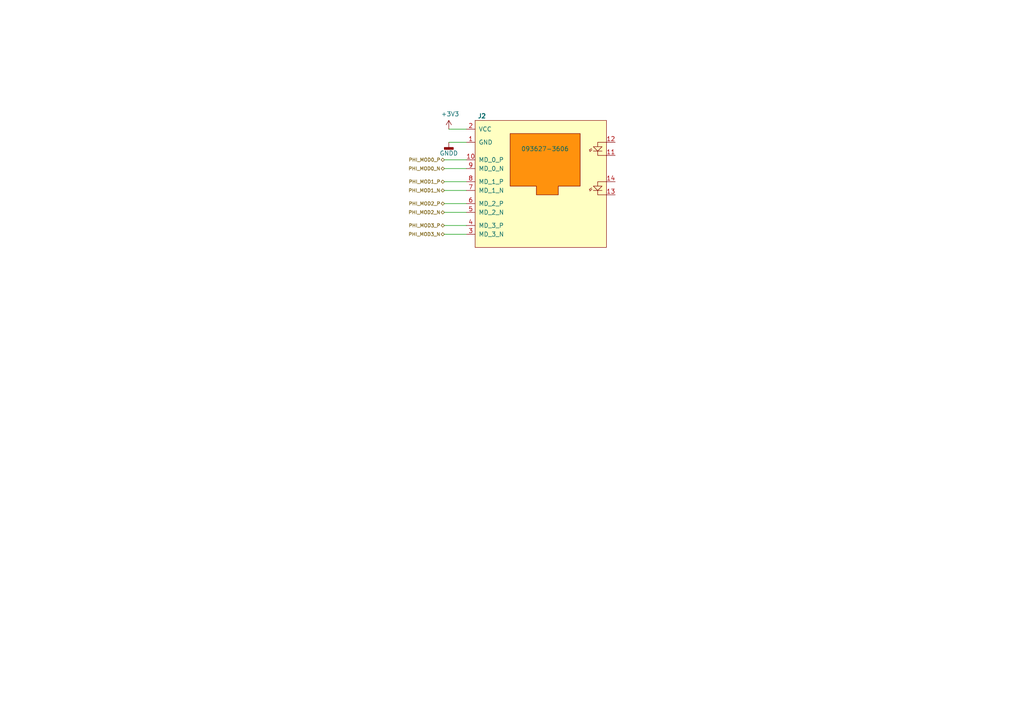
<source format=kicad_sch>
(kicad_sch (version 20230221) (generator eeschema)
  (paper "A4")
  (lib_symbols
    (symbol "molex_0936273601:0936273601" (pin_names (offset 1.016))
      (property "Reference" "J" (at 0 16.51 0))
      (property "Value" "093627-3601" (at 0 19.05 0))
      (symbol "0936273601_0_1"
        (polyline (pts (xy 15.24 -7.62) (xy 12.7 -7.62)))
        (polyline (pts (xy 15.24 3.81) (xy 12.7 3.81)))
        (polyline (pts (xy 13.97 -7.62) (xy 13.97 -8.89) (xy 16.51 -8.89)))
        (polyline (pts (xy 13.97 3.81) (xy 13.97 2.54) (xy 16.51 2.54)))
        (polyline (pts (xy 12.192 -6.858) (xy 11.557 -7.366) (xy 11.557 -7.239) (xy 11.684 -7.366) (xy 11.557 -7.366)))
        (polyline (pts (xy 12.192 4.572) (xy 11.557 4.064) (xy 11.557 4.191) (xy 11.684 4.064) (xy 11.557 4.064)))
        (polyline (pts (xy 12.319 -7.239) (xy 11.684 -7.747) (xy 11.684 -7.62) (xy 11.811 -7.747) (xy 11.684 -7.747)))
        (polyline (pts (xy 12.319 4.191) (xy 11.684 3.683) (xy 11.684 3.81) (xy 11.811 3.683) (xy 11.684 3.683)))
        (polyline (pts (xy 16.51 -5.08) (xy 13.97 -5.08) (xy 13.97 -6.35) (xy 12.7 -6.35) (xy 13.97 -7.62) (xy 15.24 -6.35) (xy 13.97 -6.35)))
        (polyline (pts (xy 16.51 6.35) (xy 13.97 6.35) (xy 13.97 5.08) (xy 12.7 5.08) (xy 13.97 3.81) (xy 15.24 5.08) (xy 13.97 5.08)))
      )
      (symbol "0936273601_1_1"
        (rectangle (start -21.59 12.7) (end 16.51 -24.13) (fill (type background)))
        (polyline (pts (xy -10.16 8.89) (xy 8.89 8.89) (xy 8.89 -6.35) (xy 2.54 -6.35) (xy 2.54 -8.89) (xy -3.81 -8.89) (xy -3.81 -6.35) (xy -10.16 -6.35) (xy -11.43 -6.35) (xy -11.43 8.89) (xy -10.16 8.89)) (fill (type color) (color 255 146 13 1)))
        (pin input line (at -24.13 6.35 0) (length 2.54) (name "GND") (number "1"))
        (pin input line (at -24.13 1.27 0) (length 2.54) (name "MD_0_P") (number "10"))
        (pin passive line (at 19.05 2.54 180) (length 2.54) (name "") (number "11"))
        (pin passive line (at 19.05 6.35 180) (length 2.54) (name "") (number "12"))
        (pin passive line (at 19.05 -8.89 180) (length 2.54) (name "") (number "13"))
        (pin passive line (at 19.05 -5.08 180) (length 2.54) (name "") (number "14"))
        (pin input line (at -24.13 10.16 0) (length 2.54) (name "VCC") (number "2"))
        (pin input line (at -24.13 -20.32 0) (length 2.54) (name "MD_3_N") (number "3"))
        (pin input line (at -24.13 -17.78 0) (length 2.54) (name "MD_3_P") (number "4"))
        (pin input line (at -24.13 -13.97 0) (length 2.54) (name "MD_2_N") (number "5"))
        (pin input line (at -24.13 -11.43 0) (length 2.54) (name "MD_2_P") (number "6"))
        (pin input line (at -24.13 -7.62 0) (length 2.54) (name "MD_1_N") (number "7"))
        (pin input line (at -24.13 -5.08 0) (length 2.54) (name "MD_1_P") (number "8"))
        (pin input line (at -24.13 -1.27 0) (length 2.54) (name "MD_0_N") (number "9"))
      )
    )
    (symbol "power:+3V3" (power) (pin_names (offset 0))
      (property "Value" "+3V3" (at 0 3.556 0))
      (symbol "+3V3_0_1"
        (polyline (pts (xy -0.762 1.27) (xy 0 2.54)))
        (polyline (pts (xy 0 0) (xy 0 2.54)))
        (polyline (pts (xy 0 2.54) (xy 0.762 1.27)))
      )
      (symbol "+3V3_1_1"
        (pin power_in line (at 0 0 90) (length 0) hide (name "+3V3") (number "1"))
      )
    )
    (symbol "power:GNDD" (power) (pin_names (offset 0))
      (property "Value" "GNDD" (at 0 -3.175 0))
      (symbol "GNDD_0_1"
        (rectangle (start -1.27 -1.524) (end 1.27 -2.032) (stroke (width 0.254)) (fill (type outline)))
        (polyline (pts (xy 0 0) (xy 0 -1.524)))
      )
      (symbol "GNDD_1_1"
        (pin power_in line (at 0 0 270) (length 0) hide (name "GNDD") (number "1"))
      )
    )
  )
  (wire (pts (xy 135.255 55.245) (xy 128.905 55.245)))
  (wire (pts (xy 135.255 59.055) (xy 128.905 59.055)))
  (wire (pts (xy 130.175 37.465) (xy 135.255 37.465)))
  (wire (pts (xy 135.255 48.895) (xy 128.905 48.895)))
  (wire (pts (xy 135.255 46.355) (xy 128.905 46.355)))
  (wire (pts (xy 135.255 65.405) (xy 128.905 65.405)))
  (wire (pts (xy 135.255 61.595) (xy 128.905 61.595)))
  (wire (pts (xy 135.255 67.945) (xy 128.905 67.945)))
  (wire (pts (xy 135.255 52.705) (xy 128.905 52.705)))
  (wire (pts (xy 135.255 41.275) (xy 130.175 41.275)))
  (hierarchical_label "PHI_MOD1_P" (shape bidirectional) (at 128.905 52.705 180) (effects (font (size 0.9906 0.9906))))
  (hierarchical_label "PHI_MOD2_P" (shape bidirectional) (at 128.905 59.055 180) (effects (font (size 0.9906 0.9906))))
  (hierarchical_label "PHI_MOD3_N" (shape bidirectional) (at 128.905 67.945 180) (effects (font (size 0.9906 0.9906))))
  (hierarchical_label "PHI_MOD3_P" (shape bidirectional) (at 128.905 65.405 180) (effects (font (size 0.9906 0.9906))))
  (hierarchical_label "PHI_MOD0_N" (shape bidirectional) (at 128.905 48.895 180) (effects (font (size 0.9906 0.9906))))
  (hierarchical_label "PHI_MOD1_N" (shape bidirectional) (at 128.905 55.245 180) (effects (font (size 0.9906 0.9906))))
  (hierarchical_label "PHI_MOD2_N" (shape bidirectional) (at 128.905 61.595 180) (effects (font (size 0.9906 0.9906))))
  (hierarchical_label "PHI_MOD0_P" (shape bidirectional) (at 128.905 46.355 180) (effects (font (size 0.9906 0.9906))))
  (symbol (lib_id "molex_0936273601:0936273601") (at 159.385 47.625 0) (unit 1)
    (property "Reference" "J2" (at 138.43 33.655 0) (effects (font bold) (justify left)))
    (property "Value" "093627-3606" (at 151.13 43.18 0) (effects (justify left)))
    (property "Footprint" "Conn:0936273601" (effects hide))
    (property "Datasheet" "https://www.molex.com/pdm_docs/sd/936273601_sd.pdf" (effects hide))
  )
  (symbol (lib_id "power:GNDD") (at 130.175 41.275 0) (unit 1)
    (property "Reference" "#PWR0102" (effects hide))
    (property "Value" "GNDD" (at 130.175 44.45 0))
  )
  (symbol (lib_id "power:+3V3") (at 130.175 37.465 0) (unit 1)
    (property "Reference" "#PWR0196" (effects hide))
    (property "Value" "+3V3" (at 130.556 33.0708 0))
    (instances (project "controller" (path "" (reference "#PWR0196") (unit 1)) (path "" (reference "#PWR012") (unit 1)) (path "" (reference "#PWR014") (unit 1))))
  )
)
</source>
